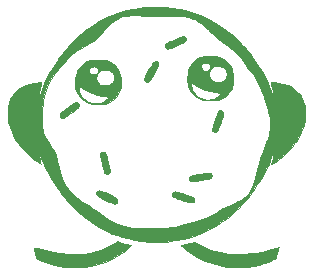
<source format=gbs>
G04 #@! TF.FileFunction,Soldermask,Bot*
%FSLAX46Y46*%
G04 Gerber Fmt 4.6, Leading zero omitted, Abs format (unit mm)*
G04 Created by KiCad (PCBNEW 4.0.6-e0-6349~53~ubuntu16.04.1) date Sun Nov  5 22:25:15 2017*
%MOMM*%
%LPD*%
G01*
G04 APERTURE LIST*
%ADD10C,0.100000*%
%ADD11C,0.010000*%
G04 APERTURE END LIST*
D10*
D11*
G36*
X49458305Y-55864403D02*
X49293724Y-55912105D01*
X49110314Y-55961716D01*
X48936815Y-56005588D01*
X48859553Y-56023708D01*
X48743366Y-56049744D01*
X48663028Y-56071546D01*
X48619757Y-56095112D01*
X48614771Y-56126442D01*
X48649286Y-56171535D01*
X48724520Y-56236392D01*
X48841692Y-56327010D01*
X48935625Y-56398528D01*
X49488178Y-56789627D01*
X50047940Y-57124885D01*
X50615369Y-57404499D01*
X51190921Y-57628665D01*
X51775053Y-57797582D01*
X52368223Y-57911446D01*
X52473612Y-57925806D01*
X52669817Y-57944571D01*
X52906922Y-57957181D01*
X53169721Y-57963665D01*
X53443009Y-57964049D01*
X53711582Y-57958363D01*
X53960233Y-57946634D01*
X54173757Y-57928890D01*
X54227197Y-57922590D01*
X54703038Y-57842948D01*
X55193137Y-57725614D01*
X55555444Y-57616359D01*
X55728190Y-57556692D01*
X55907253Y-57490063D01*
X56083277Y-57420446D01*
X56246901Y-57351811D01*
X56388768Y-57288132D01*
X56499518Y-57233379D01*
X56569793Y-57191525D01*
X56583882Y-57179885D01*
X56602578Y-57142346D01*
X56630651Y-57063138D01*
X56665079Y-56953362D01*
X56702838Y-56824122D01*
X56740905Y-56686520D01*
X56776258Y-56551660D01*
X56805872Y-56430645D01*
X56826725Y-56334577D01*
X56835794Y-56274560D01*
X56834244Y-56260392D01*
X56804133Y-56263201D01*
X56733680Y-56280447D01*
X56636106Y-56308760D01*
X56598456Y-56320513D01*
X56225389Y-56429289D01*
X55812831Y-56532250D01*
X55377694Y-56625716D01*
X54936891Y-56706003D01*
X54581777Y-56759597D01*
X54373880Y-56782346D01*
X54129228Y-56800226D01*
X53860348Y-56813066D01*
X53579768Y-56820695D01*
X53300012Y-56822942D01*
X53033608Y-56819635D01*
X52793081Y-56810604D01*
X52590959Y-56795678D01*
X52521555Y-56787743D01*
X51940266Y-56689906D01*
X51395207Y-56553208D01*
X50888113Y-56378238D01*
X50420718Y-56165587D01*
X50032278Y-55940426D01*
X49769215Y-55770012D01*
X49458305Y-55864403D01*
X49458305Y-55864403D01*
G37*
X49458305Y-55864403D02*
X49293724Y-55912105D01*
X49110314Y-55961716D01*
X48936815Y-56005588D01*
X48859553Y-56023708D01*
X48743366Y-56049744D01*
X48663028Y-56071546D01*
X48619757Y-56095112D01*
X48614771Y-56126442D01*
X48649286Y-56171535D01*
X48724520Y-56236392D01*
X48841692Y-56327010D01*
X48935625Y-56398528D01*
X49488178Y-56789627D01*
X50047940Y-57124885D01*
X50615369Y-57404499D01*
X51190921Y-57628665D01*
X51775053Y-57797582D01*
X52368223Y-57911446D01*
X52473612Y-57925806D01*
X52669817Y-57944571D01*
X52906922Y-57957181D01*
X53169721Y-57963665D01*
X53443009Y-57964049D01*
X53711582Y-57958363D01*
X53960233Y-57946634D01*
X54173757Y-57928890D01*
X54227197Y-57922590D01*
X54703038Y-57842948D01*
X55193137Y-57725614D01*
X55555444Y-57616359D01*
X55728190Y-57556692D01*
X55907253Y-57490063D01*
X56083277Y-57420446D01*
X56246901Y-57351811D01*
X56388768Y-57288132D01*
X56499518Y-57233379D01*
X56569793Y-57191525D01*
X56583882Y-57179885D01*
X56602578Y-57142346D01*
X56630651Y-57063138D01*
X56665079Y-56953362D01*
X56702838Y-56824122D01*
X56740905Y-56686520D01*
X56776258Y-56551660D01*
X56805872Y-56430645D01*
X56826725Y-56334577D01*
X56835794Y-56274560D01*
X56834244Y-56260392D01*
X56804133Y-56263201D01*
X56733680Y-56280447D01*
X56636106Y-56308760D01*
X56598456Y-56320513D01*
X56225389Y-56429289D01*
X55812831Y-56532250D01*
X55377694Y-56625716D01*
X54936891Y-56706003D01*
X54581777Y-56759597D01*
X54373880Y-56782346D01*
X54129228Y-56800226D01*
X53860348Y-56813066D01*
X53579768Y-56820695D01*
X53300012Y-56822942D01*
X53033608Y-56819635D01*
X52793081Y-56810604D01*
X52590959Y-56795678D01*
X52521555Y-56787743D01*
X51940266Y-56689906D01*
X51395207Y-56553208D01*
X50888113Y-56378238D01*
X50420718Y-56165587D01*
X50032278Y-55940426D01*
X49769215Y-55770012D01*
X49458305Y-55864403D01*
G36*
X42978535Y-55889118D02*
X42677148Y-56076521D01*
X42333398Y-56252289D01*
X41961106Y-56410179D01*
X41574094Y-56543949D01*
X41444333Y-56582064D01*
X40891980Y-56709604D01*
X40309748Y-56791494D01*
X39700744Y-56827883D01*
X39068076Y-56818924D01*
X38414850Y-56764767D01*
X37744175Y-56665564D01*
X37059157Y-56521467D01*
X36371388Y-56335178D01*
X36233256Y-56296699D01*
X36141684Y-56278096D01*
X36099183Y-56279828D01*
X36096355Y-56284957D01*
X36102978Y-56322417D01*
X36121153Y-56404290D01*
X36148482Y-56520293D01*
X36182568Y-56660146D01*
X36202642Y-56740777D01*
X36308797Y-57164111D01*
X36604676Y-57310612D01*
X36798788Y-57398984D01*
X37031258Y-57492438D01*
X37285108Y-57584921D01*
X37543362Y-57670381D01*
X37789041Y-57742767D01*
X37893949Y-57770205D01*
X38133879Y-57826916D01*
X38351837Y-57870924D01*
X38561656Y-57903844D01*
X38777171Y-57927291D01*
X39012215Y-57942882D01*
X39280623Y-57952231D01*
X39482888Y-57955769D01*
X39689046Y-57957159D01*
X39889206Y-57956315D01*
X40072291Y-57953448D01*
X40227224Y-57948772D01*
X40342927Y-57942499D01*
X40386000Y-57938425D01*
X40976093Y-57837884D01*
X41562753Y-57682579D01*
X42142124Y-57474189D01*
X42710348Y-57214392D01*
X43263569Y-56904868D01*
X43797930Y-56547294D01*
X44086026Y-56327862D01*
X44375446Y-56097291D01*
X43952712Y-55992828D01*
X43787644Y-55950960D01*
X43625067Y-55907826D01*
X43480722Y-55867727D01*
X43370348Y-55834965D01*
X43344024Y-55826484D01*
X43158069Y-55764603D01*
X42978535Y-55889118D01*
X42978535Y-55889118D01*
G37*
X42978535Y-55889118D02*
X42677148Y-56076521D01*
X42333398Y-56252289D01*
X41961106Y-56410179D01*
X41574094Y-56543949D01*
X41444333Y-56582064D01*
X40891980Y-56709604D01*
X40309748Y-56791494D01*
X39700744Y-56827883D01*
X39068076Y-56818924D01*
X38414850Y-56764767D01*
X37744175Y-56665564D01*
X37059157Y-56521467D01*
X36371388Y-56335178D01*
X36233256Y-56296699D01*
X36141684Y-56278096D01*
X36099183Y-56279828D01*
X36096355Y-56284957D01*
X36102978Y-56322417D01*
X36121153Y-56404290D01*
X36148482Y-56520293D01*
X36182568Y-56660146D01*
X36202642Y-56740777D01*
X36308797Y-57164111D01*
X36604676Y-57310612D01*
X36798788Y-57398984D01*
X37031258Y-57492438D01*
X37285108Y-57584921D01*
X37543362Y-57670381D01*
X37789041Y-57742767D01*
X37893949Y-57770205D01*
X38133879Y-57826916D01*
X38351837Y-57870924D01*
X38561656Y-57903844D01*
X38777171Y-57927291D01*
X39012215Y-57942882D01*
X39280623Y-57952231D01*
X39482888Y-57955769D01*
X39689046Y-57957159D01*
X39889206Y-57956315D01*
X40072291Y-57953448D01*
X40227224Y-57948772D01*
X40342927Y-57942499D01*
X40386000Y-57938425D01*
X40976093Y-57837884D01*
X41562753Y-57682579D01*
X42142124Y-57474189D01*
X42710348Y-57214392D01*
X43263569Y-56904868D01*
X43797930Y-56547294D01*
X44086026Y-56327862D01*
X44375446Y-56097291D01*
X43952712Y-55992828D01*
X43787644Y-55950960D01*
X43625067Y-55907826D01*
X43480722Y-55867727D01*
X43370348Y-55834965D01*
X43344024Y-55826484D01*
X43158069Y-55764603D01*
X42978535Y-55889118D01*
G36*
X46327448Y-35905500D02*
X46046042Y-35911801D01*
X45774705Y-35922066D01*
X45525828Y-35936042D01*
X45311804Y-35953475D01*
X45183777Y-35968365D01*
X44428421Y-36100316D01*
X43695141Y-36283766D01*
X42984965Y-36518264D01*
X42298925Y-36803356D01*
X41638048Y-37138589D01*
X41003366Y-37523510D01*
X40395908Y-37957667D01*
X40075555Y-38215787D01*
X39879641Y-38387831D01*
X39661904Y-38591899D01*
X39433812Y-38816281D01*
X39206833Y-39049269D01*
X38992435Y-39279153D01*
X38802086Y-39494225D01*
X38682528Y-39638111D01*
X38570665Y-39783624D01*
X38436531Y-39967739D01*
X38286806Y-40180603D01*
X38128171Y-40412361D01*
X37967304Y-40653162D01*
X37810887Y-40893152D01*
X37665597Y-41122476D01*
X37564255Y-41287672D01*
X37325820Y-41711799D01*
X37095362Y-42177240D01*
X36879717Y-42668877D01*
X36685719Y-43171590D01*
X36598592Y-43423525D01*
X36554779Y-43552301D01*
X36516779Y-43657969D01*
X36488182Y-43730986D01*
X36472576Y-43761808D01*
X36471296Y-43762037D01*
X36469318Y-43728278D01*
X36477806Y-43648933D01*
X36495024Y-43533524D01*
X36519235Y-43391574D01*
X36548703Y-43232606D01*
X36581691Y-43066144D01*
X36616461Y-42901708D01*
X36651278Y-42748824D01*
X36670098Y-42672000D01*
X36704326Y-42533837D01*
X36732008Y-42416655D01*
X36750859Y-42330571D01*
X36758590Y-42285701D01*
X36758321Y-42281673D01*
X36724192Y-42276998D01*
X36645452Y-42280765D01*
X36533057Y-42291519D01*
X36397968Y-42307805D01*
X36251141Y-42328168D01*
X36103536Y-42351153D01*
X35966110Y-42375306D01*
X35849821Y-42399170D01*
X35819701Y-42406301D01*
X35432255Y-42525414D01*
X35088166Y-42680646D01*
X34787304Y-42872138D01*
X34529535Y-43100028D01*
X34314728Y-43364455D01*
X34142752Y-43665559D01*
X34013473Y-44003479D01*
X33926760Y-44378353D01*
X33922016Y-44407666D01*
X33900412Y-44608832D01*
X33891024Y-44844890D01*
X33893442Y-45095719D01*
X33907257Y-45341197D01*
X33932060Y-45561202D01*
X33947271Y-45649444D01*
X34063912Y-46095280D01*
X34235732Y-46535487D01*
X34461601Y-46968367D01*
X34740389Y-47392225D01*
X35070968Y-47805364D01*
X35452208Y-48206088D01*
X35882979Y-48592700D01*
X35935180Y-48635801D01*
X36078841Y-48751032D01*
X36221503Y-48861174D01*
X36356462Y-48961504D01*
X36477015Y-49047303D01*
X36576459Y-49113850D01*
X36648090Y-49156426D01*
X36685204Y-49170309D01*
X36688888Y-49166553D01*
X36682815Y-49127041D01*
X36666635Y-49047411D01*
X36643407Y-48942432D01*
X36634242Y-48902711D01*
X36605280Y-48770872D01*
X36575178Y-48620852D01*
X36545747Y-48463345D01*
X36518797Y-48309044D01*
X36496135Y-48168646D01*
X36479572Y-48052842D01*
X36470918Y-47972329D01*
X36471236Y-47939289D01*
X36483309Y-47951586D01*
X36508327Y-48008607D01*
X36542630Y-48101127D01*
X36582331Y-48219221D01*
X36766328Y-48739343D01*
X36983273Y-49265347D01*
X37224528Y-49777928D01*
X37481454Y-50257779D01*
X37538194Y-50355296D01*
X37667522Y-50568806D01*
X37814453Y-50802370D01*
X37972233Y-51045935D01*
X38134109Y-51289449D01*
X38293325Y-51522858D01*
X38443127Y-51736108D01*
X38576761Y-51919145D01*
X38671245Y-52041777D01*
X39157809Y-52606693D01*
X39682585Y-53132302D01*
X40242580Y-53616557D01*
X40834799Y-54057412D01*
X41456249Y-54452819D01*
X42103936Y-54800730D01*
X42774866Y-55099098D01*
X43466047Y-55345876D01*
X43532777Y-55366600D01*
X44057666Y-55510741D01*
X44605669Y-55630149D01*
X45153110Y-55720141D01*
X45550666Y-55765659D01*
X45663550Y-55773089D01*
X45818444Y-55779299D01*
X46004493Y-55784222D01*
X46210842Y-55787789D01*
X46426636Y-55789932D01*
X46641020Y-55790584D01*
X46843140Y-55789676D01*
X47022139Y-55787140D01*
X47167164Y-55782908D01*
X47267360Y-55776913D01*
X47272222Y-55776444D01*
X48031198Y-55677671D01*
X48756215Y-55535421D01*
X49451084Y-55348166D01*
X50119614Y-55114375D01*
X50765616Y-54832519D01*
X51392901Y-54501068D01*
X52005278Y-54118492D01*
X52606558Y-53683262D01*
X52733222Y-53583878D01*
X52880099Y-53460380D01*
X53054368Y-53302984D01*
X53246915Y-53120843D01*
X53448623Y-52923111D01*
X53650381Y-52718941D01*
X53843072Y-52517484D01*
X54017584Y-52327895D01*
X54164801Y-52159326D01*
X54226666Y-52084111D01*
X54322412Y-51959227D01*
X54441533Y-51795680D01*
X54577716Y-51602814D01*
X54724649Y-51389971D01*
X54876018Y-51166496D01*
X55025513Y-50941733D01*
X55166819Y-50725024D01*
X55293625Y-50525714D01*
X55399619Y-50353146D01*
X55425188Y-50310074D01*
X55719409Y-49766569D01*
X55990816Y-49176814D01*
X56236452Y-48547396D01*
X56305093Y-48350591D01*
X56354868Y-48206321D01*
X56398664Y-48083803D01*
X56433264Y-47991691D01*
X56455449Y-47938636D01*
X56461788Y-47929270D01*
X56462558Y-47961354D01*
X56453792Y-48038598D01*
X56437245Y-48150858D01*
X56414675Y-48287990D01*
X56387838Y-48439850D01*
X56358489Y-48596295D01*
X56328386Y-48747181D01*
X56299285Y-48882365D01*
X56289197Y-48926059D01*
X56260574Y-49048337D01*
X56237535Y-49148928D01*
X56222752Y-49216022D01*
X56218666Y-49237719D01*
X56240230Y-49228290D01*
X56298596Y-49192562D01*
X56384278Y-49136537D01*
X56465611Y-49081483D01*
X56881370Y-48775572D01*
X57278510Y-48442625D01*
X57648598Y-48090862D01*
X57983199Y-47728506D01*
X58273878Y-47363775D01*
X58375241Y-47220124D01*
X58590082Y-46866488D01*
X58775800Y-46485646D01*
X58925818Y-46093307D01*
X58982978Y-45887391D01*
X56129539Y-45887391D01*
X56120590Y-46095635D01*
X56096133Y-46309207D01*
X56054574Y-46534911D01*
X55994323Y-46779553D01*
X55913785Y-47049939D01*
X55811367Y-47352876D01*
X55685478Y-47695168D01*
X55601150Y-47914234D01*
X55503118Y-48167002D01*
X55422664Y-48379250D01*
X55356169Y-48562769D01*
X55300014Y-48729352D01*
X55250580Y-48890792D01*
X55204249Y-49058881D01*
X55157402Y-49245412D01*
X55106421Y-49462177D01*
X55050288Y-49709404D01*
X54958770Y-50098404D01*
X54870813Y-50435107D01*
X54785164Y-50723453D01*
X54700572Y-50967384D01*
X54615785Y-51170842D01*
X54537368Y-51324198D01*
X54423636Y-51510984D01*
X54305029Y-51676724D01*
X54175459Y-51826070D01*
X54028836Y-51963675D01*
X53859073Y-52094190D01*
X53660079Y-52222267D01*
X53425765Y-52352559D01*
X53150044Y-52489717D01*
X52826825Y-52638394D01*
X52803777Y-52648678D01*
X52583496Y-52747524D01*
X52404253Y-52830112D01*
X52255129Y-52902232D01*
X52125202Y-52969674D01*
X52003550Y-53038226D01*
X51879251Y-53113679D01*
X51741385Y-53201820D01*
X51660687Y-53254603D01*
X51501175Y-53356521D01*
X51346837Y-53448080D01*
X51190810Y-53532127D01*
X51026231Y-53611511D01*
X50846237Y-53689076D01*
X50643966Y-53767672D01*
X50412555Y-53850143D01*
X50145142Y-53939338D01*
X49834863Y-54038103D01*
X49586444Y-54115085D01*
X49223838Y-54225057D01*
X48905102Y-54317742D01*
X48620915Y-54394741D01*
X48361956Y-54457656D01*
X48118906Y-54508088D01*
X47882444Y-54547639D01*
X47643249Y-54577910D01*
X47392000Y-54600502D01*
X47119378Y-54617018D01*
X46816061Y-54629057D01*
X46552555Y-54636362D01*
X46236725Y-54643918D01*
X45971037Y-54650036D01*
X45749206Y-54654718D01*
X45564950Y-54657966D01*
X45411983Y-54659780D01*
X45284021Y-54660162D01*
X45174781Y-54659112D01*
X45077978Y-54656633D01*
X44987328Y-54652725D01*
X44896547Y-54647389D01*
X44799351Y-54640627D01*
X44746333Y-54636708D01*
X44412172Y-54602683D01*
X44093339Y-54550216D01*
X43783808Y-54476687D01*
X43477551Y-54379477D01*
X43168544Y-54255964D01*
X42850758Y-54103530D01*
X42518168Y-53919554D01*
X42164748Y-53701416D01*
X41784470Y-53446497D01*
X41430222Y-53195027D01*
X41267585Y-53079355D01*
X41074585Y-52945672D01*
X40868722Y-52805886D01*
X40667495Y-52671908D01*
X40527111Y-52580446D01*
X40227383Y-52384877D01*
X39971526Y-52211509D01*
X39753787Y-52055642D01*
X39568415Y-51912577D01*
X39409657Y-51777615D01*
X39271762Y-51646056D01*
X39148977Y-51513202D01*
X39035550Y-51374353D01*
X39010417Y-51341388D01*
X38892766Y-51176296D01*
X38788235Y-51008406D01*
X38693878Y-50830375D01*
X38606747Y-50634856D01*
X38523897Y-50414504D01*
X38442381Y-50161974D01*
X38359253Y-49869920D01*
X38271568Y-49530997D01*
X38251111Y-49448352D01*
X38182497Y-49172085D01*
X38122540Y-48941184D01*
X38067230Y-48746012D01*
X38012557Y-48576930D01*
X37954513Y-48424300D01*
X37889087Y-48278483D01*
X37812270Y-48129843D01*
X37720052Y-47968739D01*
X37608424Y-47785535D01*
X37473377Y-47570591D01*
X37463392Y-47554817D01*
X37279681Y-47255762D01*
X37130467Y-46991980D01*
X37012728Y-46756578D01*
X36923443Y-46542660D01*
X36859589Y-46343331D01*
X36818144Y-46151695D01*
X36804211Y-46050707D01*
X36796827Y-45938173D01*
X36793744Y-45779652D01*
X36794593Y-45585410D01*
X36799002Y-45365711D01*
X36806602Y-45130820D01*
X36817022Y-44891000D01*
X36829892Y-44656518D01*
X36844842Y-44437637D01*
X36861502Y-44244622D01*
X36873251Y-44136421D01*
X36897677Y-43955128D01*
X36928695Y-43754926D01*
X36961996Y-43562387D01*
X36988146Y-43428084D01*
X37050476Y-43155902D01*
X37119887Y-42908618D01*
X37200548Y-42678428D01*
X37296628Y-42457529D01*
X37412295Y-42238117D01*
X37551719Y-42012390D01*
X37719070Y-41772542D01*
X37918515Y-41510771D01*
X38154225Y-41219272D01*
X38193621Y-41171714D01*
X38330473Y-41006429D01*
X38469592Y-40837483D01*
X38602126Y-40675694D01*
X38719220Y-40531880D01*
X38812020Y-40416861D01*
X38836653Y-40386000D01*
X38973179Y-40220960D01*
X39107149Y-40075107D01*
X39246187Y-39942666D01*
X39397919Y-39817863D01*
X39569969Y-39694923D01*
X39769963Y-39568072D01*
X40005525Y-39431536D01*
X40284281Y-39279540D01*
X40329555Y-39255441D01*
X40592972Y-39114293D01*
X40813938Y-38991798D01*
X41000626Y-38881648D01*
X41161211Y-38777537D01*
X41303868Y-38673156D01*
X41436771Y-38562198D01*
X41568093Y-38438356D01*
X41706010Y-38295323D01*
X41858695Y-38126791D01*
X41998383Y-37967746D01*
X42133092Y-37814984D01*
X42268172Y-37665057D01*
X42395005Y-37527293D01*
X42504975Y-37411019D01*
X42589465Y-37325561D01*
X42608410Y-37307463D01*
X42784776Y-37156555D01*
X42976359Y-37016715D01*
X43167430Y-36898394D01*
X43342257Y-36812042D01*
X43371706Y-36800352D01*
X43648948Y-36716333D01*
X43967417Y-36656887D01*
X44317022Y-36623081D01*
X44687673Y-36615979D01*
X44986222Y-36629764D01*
X45303230Y-36653339D01*
X45572177Y-36672706D01*
X45801275Y-36688029D01*
X45998737Y-36699471D01*
X46172776Y-36707198D01*
X46331606Y-36711372D01*
X46483439Y-36712157D01*
X46636487Y-36709718D01*
X46798965Y-36704219D01*
X46979086Y-36695823D01*
X47185061Y-36684694D01*
X47328851Y-36676522D01*
X47694155Y-36657745D01*
X48010503Y-36646688D01*
X48284916Y-36643857D01*
X48524420Y-36649756D01*
X48736038Y-36664891D01*
X48926794Y-36689767D01*
X49103711Y-36724888D01*
X49273814Y-36770759D01*
X49444127Y-36827885D01*
X49446529Y-36828761D01*
X49610193Y-36894040D01*
X49766997Y-36969410D01*
X49923098Y-37059365D01*
X50084654Y-37168400D01*
X50257822Y-37301009D01*
X50448760Y-37461685D01*
X50663626Y-37654924D01*
X50908578Y-37885219D01*
X50955222Y-37929882D01*
X51286245Y-38235372D01*
X51621606Y-38518765D01*
X51985333Y-38800403D01*
X52276996Y-39019645D01*
X52529194Y-39214425D01*
X52749239Y-39391867D01*
X52944445Y-39559094D01*
X53122125Y-39723232D01*
X53289591Y-39891404D01*
X53454156Y-40070736D01*
X53623135Y-40268351D01*
X53803838Y-40491374D01*
X54003581Y-40746929D01*
X54064156Y-40825595D01*
X54293478Y-41125960D01*
X54490645Y-41389028D01*
X54659395Y-41621064D01*
X54803467Y-41828333D01*
X54926601Y-42017098D01*
X55032536Y-42193625D01*
X55125010Y-42364177D01*
X55207763Y-42535020D01*
X55284533Y-42712417D01*
X55359060Y-42902634D01*
X55435082Y-43111934D01*
X55444145Y-43137666D01*
X55574496Y-43510576D01*
X55686604Y-43836021D01*
X55781925Y-44119433D01*
X55861912Y-44366244D01*
X55928022Y-44581883D01*
X55981708Y-44771784D01*
X56024426Y-44941376D01*
X56057631Y-45096092D01*
X56082778Y-45241363D01*
X56101322Y-45382620D01*
X56114718Y-45525294D01*
X56124421Y-45674817D01*
X56124574Y-45677666D01*
X56129539Y-45887391D01*
X58982978Y-45887391D01*
X59033559Y-45705180D01*
X59056452Y-45593000D01*
X59079455Y-45417860D01*
X59092281Y-45206135D01*
X59095349Y-44973100D01*
X59089074Y-44734027D01*
X59073875Y-44504191D01*
X59050170Y-44298866D01*
X59018375Y-44133324D01*
X59016338Y-44125444D01*
X58946471Y-43910305D01*
X58850599Y-43686509D01*
X58737477Y-43471049D01*
X58615860Y-43280921D01*
X58517981Y-43158088D01*
X58262316Y-42917974D01*
X57964830Y-42715764D01*
X57625525Y-42551460D01*
X57244405Y-42425064D01*
X56821473Y-42336576D01*
X56418978Y-42290388D01*
X56295988Y-42281682D01*
X56219585Y-42279148D01*
X56180121Y-42284068D01*
X56167951Y-42297724D01*
X56173428Y-42321398D01*
X56174020Y-42322941D01*
X56196725Y-42394660D01*
X56227188Y-42509022D01*
X56262486Y-42653244D01*
X56299694Y-42814546D01*
X56335887Y-42980144D01*
X56368141Y-43137259D01*
X56393529Y-43273107D01*
X56399334Y-43307582D01*
X56420811Y-43439476D01*
X56440675Y-43561240D01*
X56456004Y-43654982D01*
X56461426Y-43688000D01*
X56469400Y-43750911D01*
X56464752Y-43768192D01*
X56446725Y-43738187D01*
X56414561Y-43659239D01*
X56367503Y-43529691D01*
X56304795Y-43347885D01*
X56301288Y-43337551D01*
X56176301Y-42984031D01*
X56047478Y-42652300D01*
X55910378Y-42333668D01*
X55760564Y-42019444D01*
X55593596Y-41700939D01*
X55405034Y-41369463D01*
X55190440Y-41016325D01*
X54945373Y-40632835D01*
X54829461Y-40456348D01*
X54611108Y-40133836D01*
X54406596Y-39849337D01*
X54205571Y-39589868D01*
X53997676Y-39342448D01*
X53772559Y-39094092D01*
X53594486Y-38907911D01*
X53048657Y-38387196D01*
X52471678Y-37912694D01*
X51865713Y-37485432D01*
X51232927Y-37106436D01*
X50575485Y-36776732D01*
X49895551Y-36497349D01*
X49195291Y-36269312D01*
X48476867Y-36093648D01*
X47742446Y-35971385D01*
X47305923Y-35924999D01*
X47108160Y-35912913D01*
X46870899Y-35905803D01*
X46606531Y-35903416D01*
X46327448Y-35905500D01*
X46327448Y-35905500D01*
G37*
X46327448Y-35905500D02*
X46046042Y-35911801D01*
X45774705Y-35922066D01*
X45525828Y-35936042D01*
X45311804Y-35953475D01*
X45183777Y-35968365D01*
X44428421Y-36100316D01*
X43695141Y-36283766D01*
X42984965Y-36518264D01*
X42298925Y-36803356D01*
X41638048Y-37138589D01*
X41003366Y-37523510D01*
X40395908Y-37957667D01*
X40075555Y-38215787D01*
X39879641Y-38387831D01*
X39661904Y-38591899D01*
X39433812Y-38816281D01*
X39206833Y-39049269D01*
X38992435Y-39279153D01*
X38802086Y-39494225D01*
X38682528Y-39638111D01*
X38570665Y-39783624D01*
X38436531Y-39967739D01*
X38286806Y-40180603D01*
X38128171Y-40412361D01*
X37967304Y-40653162D01*
X37810887Y-40893152D01*
X37665597Y-41122476D01*
X37564255Y-41287672D01*
X37325820Y-41711799D01*
X37095362Y-42177240D01*
X36879717Y-42668877D01*
X36685719Y-43171590D01*
X36598592Y-43423525D01*
X36554779Y-43552301D01*
X36516779Y-43657969D01*
X36488182Y-43730986D01*
X36472576Y-43761808D01*
X36471296Y-43762037D01*
X36469318Y-43728278D01*
X36477806Y-43648933D01*
X36495024Y-43533524D01*
X36519235Y-43391574D01*
X36548703Y-43232606D01*
X36581691Y-43066144D01*
X36616461Y-42901708D01*
X36651278Y-42748824D01*
X36670098Y-42672000D01*
X36704326Y-42533837D01*
X36732008Y-42416655D01*
X36750859Y-42330571D01*
X36758590Y-42285701D01*
X36758321Y-42281673D01*
X36724192Y-42276998D01*
X36645452Y-42280765D01*
X36533057Y-42291519D01*
X36397968Y-42307805D01*
X36251141Y-42328168D01*
X36103536Y-42351153D01*
X35966110Y-42375306D01*
X35849821Y-42399170D01*
X35819701Y-42406301D01*
X35432255Y-42525414D01*
X35088166Y-42680646D01*
X34787304Y-42872138D01*
X34529535Y-43100028D01*
X34314728Y-43364455D01*
X34142752Y-43665559D01*
X34013473Y-44003479D01*
X33926760Y-44378353D01*
X33922016Y-44407666D01*
X33900412Y-44608832D01*
X33891024Y-44844890D01*
X33893442Y-45095719D01*
X33907257Y-45341197D01*
X33932060Y-45561202D01*
X33947271Y-45649444D01*
X34063912Y-46095280D01*
X34235732Y-46535487D01*
X34461601Y-46968367D01*
X34740389Y-47392225D01*
X35070968Y-47805364D01*
X35452208Y-48206088D01*
X35882979Y-48592700D01*
X35935180Y-48635801D01*
X36078841Y-48751032D01*
X36221503Y-48861174D01*
X36356462Y-48961504D01*
X36477015Y-49047303D01*
X36576459Y-49113850D01*
X36648090Y-49156426D01*
X36685204Y-49170309D01*
X36688888Y-49166553D01*
X36682815Y-49127041D01*
X36666635Y-49047411D01*
X36643407Y-48942432D01*
X36634242Y-48902711D01*
X36605280Y-48770872D01*
X36575178Y-48620852D01*
X36545747Y-48463345D01*
X36518797Y-48309044D01*
X36496135Y-48168646D01*
X36479572Y-48052842D01*
X36470918Y-47972329D01*
X36471236Y-47939289D01*
X36483309Y-47951586D01*
X36508327Y-48008607D01*
X36542630Y-48101127D01*
X36582331Y-48219221D01*
X36766328Y-48739343D01*
X36983273Y-49265347D01*
X37224528Y-49777928D01*
X37481454Y-50257779D01*
X37538194Y-50355296D01*
X37667522Y-50568806D01*
X37814453Y-50802370D01*
X37972233Y-51045935D01*
X38134109Y-51289449D01*
X38293325Y-51522858D01*
X38443127Y-51736108D01*
X38576761Y-51919145D01*
X38671245Y-52041777D01*
X39157809Y-52606693D01*
X39682585Y-53132302D01*
X40242580Y-53616557D01*
X40834799Y-54057412D01*
X41456249Y-54452819D01*
X42103936Y-54800730D01*
X42774866Y-55099098D01*
X43466047Y-55345876D01*
X43532777Y-55366600D01*
X44057666Y-55510741D01*
X44605669Y-55630149D01*
X45153110Y-55720141D01*
X45550666Y-55765659D01*
X45663550Y-55773089D01*
X45818444Y-55779299D01*
X46004493Y-55784222D01*
X46210842Y-55787789D01*
X46426636Y-55789932D01*
X46641020Y-55790584D01*
X46843140Y-55789676D01*
X47022139Y-55787140D01*
X47167164Y-55782908D01*
X47267360Y-55776913D01*
X47272222Y-55776444D01*
X48031198Y-55677671D01*
X48756215Y-55535421D01*
X49451084Y-55348166D01*
X50119614Y-55114375D01*
X50765616Y-54832519D01*
X51392901Y-54501068D01*
X52005278Y-54118492D01*
X52606558Y-53683262D01*
X52733222Y-53583878D01*
X52880099Y-53460380D01*
X53054368Y-53302984D01*
X53246915Y-53120843D01*
X53448623Y-52923111D01*
X53650381Y-52718941D01*
X53843072Y-52517484D01*
X54017584Y-52327895D01*
X54164801Y-52159326D01*
X54226666Y-52084111D01*
X54322412Y-51959227D01*
X54441533Y-51795680D01*
X54577716Y-51602814D01*
X54724649Y-51389971D01*
X54876018Y-51166496D01*
X55025513Y-50941733D01*
X55166819Y-50725024D01*
X55293625Y-50525714D01*
X55399619Y-50353146D01*
X55425188Y-50310074D01*
X55719409Y-49766569D01*
X55990816Y-49176814D01*
X56236452Y-48547396D01*
X56305093Y-48350591D01*
X56354868Y-48206321D01*
X56398664Y-48083803D01*
X56433264Y-47991691D01*
X56455449Y-47938636D01*
X56461788Y-47929270D01*
X56462558Y-47961354D01*
X56453792Y-48038598D01*
X56437245Y-48150858D01*
X56414675Y-48287990D01*
X56387838Y-48439850D01*
X56358489Y-48596295D01*
X56328386Y-48747181D01*
X56299285Y-48882365D01*
X56289197Y-48926059D01*
X56260574Y-49048337D01*
X56237535Y-49148928D01*
X56222752Y-49216022D01*
X56218666Y-49237719D01*
X56240230Y-49228290D01*
X56298596Y-49192562D01*
X56384278Y-49136537D01*
X56465611Y-49081483D01*
X56881370Y-48775572D01*
X57278510Y-48442625D01*
X57648598Y-48090862D01*
X57983199Y-47728506D01*
X58273878Y-47363775D01*
X58375241Y-47220124D01*
X58590082Y-46866488D01*
X58775800Y-46485646D01*
X58925818Y-46093307D01*
X58982978Y-45887391D01*
X56129539Y-45887391D01*
X56120590Y-46095635D01*
X56096133Y-46309207D01*
X56054574Y-46534911D01*
X55994323Y-46779553D01*
X55913785Y-47049939D01*
X55811367Y-47352876D01*
X55685478Y-47695168D01*
X55601150Y-47914234D01*
X55503118Y-48167002D01*
X55422664Y-48379250D01*
X55356169Y-48562769D01*
X55300014Y-48729352D01*
X55250580Y-48890792D01*
X55204249Y-49058881D01*
X55157402Y-49245412D01*
X55106421Y-49462177D01*
X55050288Y-49709404D01*
X54958770Y-50098404D01*
X54870813Y-50435107D01*
X54785164Y-50723453D01*
X54700572Y-50967384D01*
X54615785Y-51170842D01*
X54537368Y-51324198D01*
X54423636Y-51510984D01*
X54305029Y-51676724D01*
X54175459Y-51826070D01*
X54028836Y-51963675D01*
X53859073Y-52094190D01*
X53660079Y-52222267D01*
X53425765Y-52352559D01*
X53150044Y-52489717D01*
X52826825Y-52638394D01*
X52803777Y-52648678D01*
X52583496Y-52747524D01*
X52404253Y-52830112D01*
X52255129Y-52902232D01*
X52125202Y-52969674D01*
X52003550Y-53038226D01*
X51879251Y-53113679D01*
X51741385Y-53201820D01*
X51660687Y-53254603D01*
X51501175Y-53356521D01*
X51346837Y-53448080D01*
X51190810Y-53532127D01*
X51026231Y-53611511D01*
X50846237Y-53689076D01*
X50643966Y-53767672D01*
X50412555Y-53850143D01*
X50145142Y-53939338D01*
X49834863Y-54038103D01*
X49586444Y-54115085D01*
X49223838Y-54225057D01*
X48905102Y-54317742D01*
X48620915Y-54394741D01*
X48361956Y-54457656D01*
X48118906Y-54508088D01*
X47882444Y-54547639D01*
X47643249Y-54577910D01*
X47392000Y-54600502D01*
X47119378Y-54617018D01*
X46816061Y-54629057D01*
X46552555Y-54636362D01*
X46236725Y-54643918D01*
X45971037Y-54650036D01*
X45749206Y-54654718D01*
X45564950Y-54657966D01*
X45411983Y-54659780D01*
X45284021Y-54660162D01*
X45174781Y-54659112D01*
X45077978Y-54656633D01*
X44987328Y-54652725D01*
X44896547Y-54647389D01*
X44799351Y-54640627D01*
X44746333Y-54636708D01*
X44412172Y-54602683D01*
X44093339Y-54550216D01*
X43783808Y-54476687D01*
X43477551Y-54379477D01*
X43168544Y-54255964D01*
X42850758Y-54103530D01*
X42518168Y-53919554D01*
X42164748Y-53701416D01*
X41784470Y-53446497D01*
X41430222Y-53195027D01*
X41267585Y-53079355D01*
X41074585Y-52945672D01*
X40868722Y-52805886D01*
X40667495Y-52671908D01*
X40527111Y-52580446D01*
X40227383Y-52384877D01*
X39971526Y-52211509D01*
X39753787Y-52055642D01*
X39568415Y-51912577D01*
X39409657Y-51777615D01*
X39271762Y-51646056D01*
X39148977Y-51513202D01*
X39035550Y-51374353D01*
X39010417Y-51341388D01*
X38892766Y-51176296D01*
X38788235Y-51008406D01*
X38693878Y-50830375D01*
X38606747Y-50634856D01*
X38523897Y-50414504D01*
X38442381Y-50161974D01*
X38359253Y-49869920D01*
X38271568Y-49530997D01*
X38251111Y-49448352D01*
X38182497Y-49172085D01*
X38122540Y-48941184D01*
X38067230Y-48746012D01*
X38012557Y-48576930D01*
X37954513Y-48424300D01*
X37889087Y-48278483D01*
X37812270Y-48129843D01*
X37720052Y-47968739D01*
X37608424Y-47785535D01*
X37473377Y-47570591D01*
X37463392Y-47554817D01*
X37279681Y-47255762D01*
X37130467Y-46991980D01*
X37012728Y-46756578D01*
X36923443Y-46542660D01*
X36859589Y-46343331D01*
X36818144Y-46151695D01*
X36804211Y-46050707D01*
X36796827Y-45938173D01*
X36793744Y-45779652D01*
X36794593Y-45585410D01*
X36799002Y-45365711D01*
X36806602Y-45130820D01*
X36817022Y-44891000D01*
X36829892Y-44656518D01*
X36844842Y-44437637D01*
X36861502Y-44244622D01*
X36873251Y-44136421D01*
X36897677Y-43955128D01*
X36928695Y-43754926D01*
X36961996Y-43562387D01*
X36988146Y-43428084D01*
X37050476Y-43155902D01*
X37119887Y-42908618D01*
X37200548Y-42678428D01*
X37296628Y-42457529D01*
X37412295Y-42238117D01*
X37551719Y-42012390D01*
X37719070Y-41772542D01*
X37918515Y-41510771D01*
X38154225Y-41219272D01*
X38193621Y-41171714D01*
X38330473Y-41006429D01*
X38469592Y-40837483D01*
X38602126Y-40675694D01*
X38719220Y-40531880D01*
X38812020Y-40416861D01*
X38836653Y-40386000D01*
X38973179Y-40220960D01*
X39107149Y-40075107D01*
X39246187Y-39942666D01*
X39397919Y-39817863D01*
X39569969Y-39694923D01*
X39769963Y-39568072D01*
X40005525Y-39431536D01*
X40284281Y-39279540D01*
X40329555Y-39255441D01*
X40592972Y-39114293D01*
X40813938Y-38991798D01*
X41000626Y-38881648D01*
X41161211Y-38777537D01*
X41303868Y-38673156D01*
X41436771Y-38562198D01*
X41568093Y-38438356D01*
X41706010Y-38295323D01*
X41858695Y-38126791D01*
X41998383Y-37967746D01*
X42133092Y-37814984D01*
X42268172Y-37665057D01*
X42395005Y-37527293D01*
X42504975Y-37411019D01*
X42589465Y-37325561D01*
X42608410Y-37307463D01*
X42784776Y-37156555D01*
X42976359Y-37016715D01*
X43167430Y-36898394D01*
X43342257Y-36812042D01*
X43371706Y-36800352D01*
X43648948Y-36716333D01*
X43967417Y-36656887D01*
X44317022Y-36623081D01*
X44687673Y-36615979D01*
X44986222Y-36629764D01*
X45303230Y-36653339D01*
X45572177Y-36672706D01*
X45801275Y-36688029D01*
X45998737Y-36699471D01*
X46172776Y-36707198D01*
X46331606Y-36711372D01*
X46483439Y-36712157D01*
X46636487Y-36709718D01*
X46798965Y-36704219D01*
X46979086Y-36695823D01*
X47185061Y-36684694D01*
X47328851Y-36676522D01*
X47694155Y-36657745D01*
X48010503Y-36646688D01*
X48284916Y-36643857D01*
X48524420Y-36649756D01*
X48736038Y-36664891D01*
X48926794Y-36689767D01*
X49103711Y-36724888D01*
X49273814Y-36770759D01*
X49444127Y-36827885D01*
X49446529Y-36828761D01*
X49610193Y-36894040D01*
X49766997Y-36969410D01*
X49923098Y-37059365D01*
X50084654Y-37168400D01*
X50257822Y-37301009D01*
X50448760Y-37461685D01*
X50663626Y-37654924D01*
X50908578Y-37885219D01*
X50955222Y-37929882D01*
X51286245Y-38235372D01*
X51621606Y-38518765D01*
X51985333Y-38800403D01*
X52276996Y-39019645D01*
X52529194Y-39214425D01*
X52749239Y-39391867D01*
X52944445Y-39559094D01*
X53122125Y-39723232D01*
X53289591Y-39891404D01*
X53454156Y-40070736D01*
X53623135Y-40268351D01*
X53803838Y-40491374D01*
X54003581Y-40746929D01*
X54064156Y-40825595D01*
X54293478Y-41125960D01*
X54490645Y-41389028D01*
X54659395Y-41621064D01*
X54803467Y-41828333D01*
X54926601Y-42017098D01*
X55032536Y-42193625D01*
X55125010Y-42364177D01*
X55207763Y-42535020D01*
X55284533Y-42712417D01*
X55359060Y-42902634D01*
X55435082Y-43111934D01*
X55444145Y-43137666D01*
X55574496Y-43510576D01*
X55686604Y-43836021D01*
X55781925Y-44119433D01*
X55861912Y-44366244D01*
X55928022Y-44581883D01*
X55981708Y-44771784D01*
X56024426Y-44941376D01*
X56057631Y-45096092D01*
X56082778Y-45241363D01*
X56101322Y-45382620D01*
X56114718Y-45525294D01*
X56124421Y-45674817D01*
X56124574Y-45677666D01*
X56129539Y-45887391D01*
X58982978Y-45887391D01*
X59033559Y-45705180D01*
X59056452Y-45593000D01*
X59079455Y-45417860D01*
X59092281Y-45206135D01*
X59095349Y-44973100D01*
X59089074Y-44734027D01*
X59073875Y-44504191D01*
X59050170Y-44298866D01*
X59018375Y-44133324D01*
X59016338Y-44125444D01*
X58946471Y-43910305D01*
X58850599Y-43686509D01*
X58737477Y-43471049D01*
X58615860Y-43280921D01*
X58517981Y-43158088D01*
X58262316Y-42917974D01*
X57964830Y-42715764D01*
X57625525Y-42551460D01*
X57244405Y-42425064D01*
X56821473Y-42336576D01*
X56418978Y-42290388D01*
X56295988Y-42281682D01*
X56219585Y-42279148D01*
X56180121Y-42284068D01*
X56167951Y-42297724D01*
X56173428Y-42321398D01*
X56174020Y-42322941D01*
X56196725Y-42394660D01*
X56227188Y-42509022D01*
X56262486Y-42653244D01*
X56299694Y-42814546D01*
X56335887Y-42980144D01*
X56368141Y-43137259D01*
X56393529Y-43273107D01*
X56399334Y-43307582D01*
X56420811Y-43439476D01*
X56440675Y-43561240D01*
X56456004Y-43654982D01*
X56461426Y-43688000D01*
X56469400Y-43750911D01*
X56464752Y-43768192D01*
X56446725Y-43738187D01*
X56414561Y-43659239D01*
X56367503Y-43529691D01*
X56304795Y-43347885D01*
X56301288Y-43337551D01*
X56176301Y-42984031D01*
X56047478Y-42652300D01*
X55910378Y-42333668D01*
X55760564Y-42019444D01*
X55593596Y-41700939D01*
X55405034Y-41369463D01*
X55190440Y-41016325D01*
X54945373Y-40632835D01*
X54829461Y-40456348D01*
X54611108Y-40133836D01*
X54406596Y-39849337D01*
X54205571Y-39589868D01*
X53997676Y-39342448D01*
X53772559Y-39094092D01*
X53594486Y-38907911D01*
X53048657Y-38387196D01*
X52471678Y-37912694D01*
X51865713Y-37485432D01*
X51232927Y-37106436D01*
X50575485Y-36776732D01*
X49895551Y-36497349D01*
X49195291Y-36269312D01*
X48476867Y-36093648D01*
X47742446Y-35971385D01*
X47305923Y-35924999D01*
X47108160Y-35912913D01*
X46870899Y-35905803D01*
X46606531Y-35903416D01*
X46327448Y-35905500D01*
G36*
X41541492Y-51460686D02*
X41461731Y-51523313D01*
X41413125Y-51612982D01*
X41402135Y-51716505D01*
X41435220Y-51820695D01*
X41448432Y-51841510D01*
X41487087Y-51872709D01*
X41568995Y-51922867D01*
X41685871Y-51987933D01*
X41829426Y-52063854D01*
X41991376Y-52146577D01*
X42163432Y-52232049D01*
X42337310Y-52316218D01*
X42504721Y-52395030D01*
X42657380Y-52464434D01*
X42787001Y-52520377D01*
X42885295Y-52558805D01*
X42943978Y-52575666D01*
X42950420Y-52576090D01*
X43032943Y-52563144D01*
X43085058Y-52544991D01*
X43159833Y-52480002D01*
X43198870Y-52383671D01*
X43198270Y-52271265D01*
X43174283Y-52195723D01*
X43138235Y-52159915D01*
X43058537Y-52105699D01*
X42943327Y-52037108D01*
X42800747Y-51958178D01*
X42638936Y-51872942D01*
X42466035Y-51785435D01*
X42290183Y-51699690D01*
X42119520Y-51619742D01*
X41962188Y-51549624D01*
X41826324Y-51493372D01*
X41720071Y-51455019D01*
X41651568Y-51438600D01*
X41645949Y-51438289D01*
X41541492Y-51460686D01*
X41541492Y-51460686D01*
G37*
X41541492Y-51460686D02*
X41461731Y-51523313D01*
X41413125Y-51612982D01*
X41402135Y-51716505D01*
X41435220Y-51820695D01*
X41448432Y-51841510D01*
X41487087Y-51872709D01*
X41568995Y-51922867D01*
X41685871Y-51987933D01*
X41829426Y-52063854D01*
X41991376Y-52146577D01*
X42163432Y-52232049D01*
X42337310Y-52316218D01*
X42504721Y-52395030D01*
X42657380Y-52464434D01*
X42787001Y-52520377D01*
X42885295Y-52558805D01*
X42943978Y-52575666D01*
X42950420Y-52576090D01*
X43032943Y-52563144D01*
X43085058Y-52544991D01*
X43159833Y-52480002D01*
X43198870Y-52383671D01*
X43198270Y-52271265D01*
X43174283Y-52195723D01*
X43138235Y-52159915D01*
X43058537Y-52105699D01*
X42943327Y-52037108D01*
X42800747Y-51958178D01*
X42638936Y-51872942D01*
X42466035Y-51785435D01*
X42290183Y-51699690D01*
X42119520Y-51619742D01*
X41962188Y-51549624D01*
X41826324Y-51493372D01*
X41720071Y-51455019D01*
X41651568Y-51438600D01*
X41645949Y-51438289D01*
X41541492Y-51460686D01*
G36*
X47985424Y-51551325D02*
X47911028Y-51592270D01*
X47863392Y-51640428D01*
X47841556Y-51700323D01*
X47836666Y-51785452D01*
X47845992Y-51888772D01*
X47877297Y-51954893D01*
X47892148Y-51970351D01*
X47938200Y-51995861D01*
X48029659Y-52033659D01*
X48157553Y-52080914D01*
X48312907Y-52134796D01*
X48486747Y-52192473D01*
X48670100Y-52251115D01*
X48853992Y-52307891D01*
X49029449Y-52359968D01*
X49187497Y-52404518D01*
X49319162Y-52438708D01*
X49415471Y-52459708D01*
X49460491Y-52465111D01*
X49549535Y-52457026D01*
X49608549Y-52425910D01*
X49640840Y-52390749D01*
X49683484Y-52307198D01*
X49699333Y-52222990D01*
X49695973Y-52167398D01*
X49682203Y-52119710D01*
X49652490Y-52076894D01*
X49601301Y-52035916D01*
X49523102Y-51993742D01*
X49412360Y-51947339D01*
X49263540Y-51893674D01*
X49071111Y-51829713D01*
X48856563Y-51760998D01*
X48661780Y-51700070D01*
X48481250Y-51645314D01*
X48322973Y-51599021D01*
X48194949Y-51563480D01*
X48105180Y-51540984D01*
X48063091Y-51533777D01*
X47985424Y-51551325D01*
X47985424Y-51551325D01*
G37*
X47985424Y-51551325D02*
X47911028Y-51592270D01*
X47863392Y-51640428D01*
X47841556Y-51700323D01*
X47836666Y-51785452D01*
X47845992Y-51888772D01*
X47877297Y-51954893D01*
X47892148Y-51970351D01*
X47938200Y-51995861D01*
X48029659Y-52033659D01*
X48157553Y-52080914D01*
X48312907Y-52134796D01*
X48486747Y-52192473D01*
X48670100Y-52251115D01*
X48853992Y-52307891D01*
X49029449Y-52359968D01*
X49187497Y-52404518D01*
X49319162Y-52438708D01*
X49415471Y-52459708D01*
X49460491Y-52465111D01*
X49549535Y-52457026D01*
X49608549Y-52425910D01*
X49640840Y-52390749D01*
X49683484Y-52307198D01*
X49699333Y-52222990D01*
X49695973Y-52167398D01*
X49682203Y-52119710D01*
X49652490Y-52076894D01*
X49601301Y-52035916D01*
X49523102Y-51993742D01*
X49412360Y-51947339D01*
X49263540Y-51893674D01*
X49071111Y-51829713D01*
X48856563Y-51760998D01*
X48661780Y-51700070D01*
X48481250Y-51645314D01*
X48322973Y-51599021D01*
X48194949Y-51563480D01*
X48105180Y-51540984D01*
X48063091Y-51533777D01*
X47985424Y-51551325D01*
G36*
X50957000Y-49941308D02*
X50861806Y-49949848D01*
X50727017Y-49965831D01*
X50560655Y-49988229D01*
X50370742Y-50016015D01*
X50165301Y-50048163D01*
X50150888Y-50050494D01*
X49921465Y-50087943D01*
X49741200Y-50118261D01*
X49603485Y-50143018D01*
X49501708Y-50163783D01*
X49429260Y-50182127D01*
X49379530Y-50199619D01*
X49345907Y-50217827D01*
X49321781Y-50238322D01*
X49311277Y-50249844D01*
X49258335Y-50350882D01*
X49253247Y-50464011D01*
X49296287Y-50570959D01*
X49306270Y-50584527D01*
X49345041Y-50626070D01*
X49389751Y-50647952D01*
X49458595Y-50655729D01*
X49539104Y-50655606D01*
X49626692Y-50649700D01*
X49755984Y-50635503D01*
X49913143Y-50614792D01*
X50084332Y-50589342D01*
X50193222Y-50571664D01*
X50368332Y-50542256D01*
X50540023Y-50513479D01*
X50693795Y-50487759D01*
X50815148Y-50467523D01*
X50866567Y-50458990D01*
X51004746Y-50428222D01*
X51095066Y-50385626D01*
X51145929Y-50323944D01*
X51165736Y-50235917D01*
X51166888Y-50199501D01*
X51147953Y-50072458D01*
X51092509Y-49985147D01*
X51004576Y-49941236D01*
X50957000Y-49941308D01*
X50957000Y-49941308D01*
G37*
X50957000Y-49941308D02*
X50861806Y-49949848D01*
X50727017Y-49965831D01*
X50560655Y-49988229D01*
X50370742Y-50016015D01*
X50165301Y-50048163D01*
X50150888Y-50050494D01*
X49921465Y-50087943D01*
X49741200Y-50118261D01*
X49603485Y-50143018D01*
X49501708Y-50163783D01*
X49429260Y-50182127D01*
X49379530Y-50199619D01*
X49345907Y-50217827D01*
X49321781Y-50238322D01*
X49311277Y-50249844D01*
X49258335Y-50350882D01*
X49253247Y-50464011D01*
X49296287Y-50570959D01*
X49306270Y-50584527D01*
X49345041Y-50626070D01*
X49389751Y-50647952D01*
X49458595Y-50655729D01*
X49539104Y-50655606D01*
X49626692Y-50649700D01*
X49755984Y-50635503D01*
X49913143Y-50614792D01*
X50084332Y-50589342D01*
X50193222Y-50571664D01*
X50368332Y-50542256D01*
X50540023Y-50513479D01*
X50693795Y-50487759D01*
X50815148Y-50467523D01*
X50866567Y-50458990D01*
X51004746Y-50428222D01*
X51095066Y-50385626D01*
X51145929Y-50323944D01*
X51165736Y-50235917D01*
X51166888Y-50199501D01*
X51147953Y-50072458D01*
X51092509Y-49985147D01*
X51004576Y-49941236D01*
X50957000Y-49941308D01*
G36*
X41926356Y-48156412D02*
X41812653Y-48193578D01*
X41741061Y-48268086D01*
X41712858Y-48378505D01*
X41712444Y-48396209D01*
X41719503Y-48466432D01*
X41739145Y-48577907D01*
X41769063Y-48721615D01*
X41806953Y-48888537D01*
X41850509Y-49069655D01*
X41897427Y-49255951D01*
X41945400Y-49438405D01*
X41992125Y-49608001D01*
X42035295Y-49755719D01*
X42072605Y-49872541D01*
X42101751Y-49949449D01*
X42115870Y-49974500D01*
X42196826Y-50025988D01*
X42299970Y-50043385D01*
X42403965Y-50027293D01*
X42487470Y-49978314D01*
X42500618Y-49963638D01*
X42541928Y-49891828D01*
X42559111Y-49823596D01*
X42559111Y-49823593D01*
X42552503Y-49779451D01*
X42533875Y-49688472D01*
X42505020Y-49558545D01*
X42467733Y-49397562D01*
X42423807Y-49213413D01*
X42375535Y-49016010D01*
X42319318Y-48790633D01*
X42273860Y-48613666D01*
X42237063Y-48478561D01*
X42206826Y-48378767D01*
X42181053Y-48307736D01*
X42157642Y-48258918D01*
X42134496Y-48225763D01*
X42116437Y-48207579D01*
X42051830Y-48163325D01*
X41981516Y-48151538D01*
X41926356Y-48156412D01*
X41926356Y-48156412D01*
G37*
X41926356Y-48156412D02*
X41812653Y-48193578D01*
X41741061Y-48268086D01*
X41712858Y-48378505D01*
X41712444Y-48396209D01*
X41719503Y-48466432D01*
X41739145Y-48577907D01*
X41769063Y-48721615D01*
X41806953Y-48888537D01*
X41850509Y-49069655D01*
X41897427Y-49255951D01*
X41945400Y-49438405D01*
X41992125Y-49608001D01*
X42035295Y-49755719D01*
X42072605Y-49872541D01*
X42101751Y-49949449D01*
X42115870Y-49974500D01*
X42196826Y-50025988D01*
X42299970Y-50043385D01*
X42403965Y-50027293D01*
X42487470Y-49978314D01*
X42500618Y-49963638D01*
X42541928Y-49891828D01*
X42559111Y-49823596D01*
X42559111Y-49823593D01*
X42552503Y-49779451D01*
X42533875Y-49688472D01*
X42505020Y-49558545D01*
X42467733Y-49397562D01*
X42423807Y-49213413D01*
X42375535Y-49016010D01*
X42319318Y-48790633D01*
X42273860Y-48613666D01*
X42237063Y-48478561D01*
X42206826Y-48378767D01*
X42181053Y-48307736D01*
X42157642Y-48258918D01*
X42134496Y-48225763D01*
X42116437Y-48207579D01*
X42051830Y-48163325D01*
X41981516Y-48151538D01*
X41926356Y-48156412D01*
G36*
X51858665Y-44650275D02*
X51810803Y-44662089D01*
X51768098Y-44688483D01*
X51727455Y-44734942D01*
X51685777Y-44806950D01*
X51639971Y-44909992D01*
X51586941Y-45049552D01*
X51523593Y-45231116D01*
X51446830Y-45460167D01*
X51433471Y-45500457D01*
X51356330Y-45735176D01*
X51296744Y-45922939D01*
X51253740Y-46070105D01*
X51226346Y-46183036D01*
X51213591Y-46268093D01*
X51214503Y-46331636D01*
X51228110Y-46380026D01*
X51253439Y-46419624D01*
X51287615Y-46455022D01*
X51374676Y-46501166D01*
X51480349Y-46508878D01*
X51582413Y-46478699D01*
X51628333Y-46446722D01*
X51658051Y-46400611D01*
X51700371Y-46309205D01*
X51752280Y-46181449D01*
X51810760Y-46026290D01*
X51872798Y-45852672D01*
X51935376Y-45669541D01*
X51995481Y-45485843D01*
X52050097Y-45310524D01*
X52096207Y-45152528D01*
X52130797Y-45020802D01*
X52150852Y-44924290D01*
X52154666Y-44885297D01*
X52132600Y-44769126D01*
X52068586Y-44689978D01*
X51965905Y-44651101D01*
X51914777Y-44647555D01*
X51858665Y-44650275D01*
X51858665Y-44650275D01*
G37*
X51858665Y-44650275D02*
X51810803Y-44662089D01*
X51768098Y-44688483D01*
X51727455Y-44734942D01*
X51685777Y-44806950D01*
X51639971Y-44909992D01*
X51586941Y-45049552D01*
X51523593Y-45231116D01*
X51446830Y-45460167D01*
X51433471Y-45500457D01*
X51356330Y-45735176D01*
X51296744Y-45922939D01*
X51253740Y-46070105D01*
X51226346Y-46183036D01*
X51213591Y-46268093D01*
X51214503Y-46331636D01*
X51228110Y-46380026D01*
X51253439Y-46419624D01*
X51287615Y-46455022D01*
X51374676Y-46501166D01*
X51480349Y-46508878D01*
X51582413Y-46478699D01*
X51628333Y-46446722D01*
X51658051Y-46400611D01*
X51700371Y-46309205D01*
X51752280Y-46181449D01*
X51810760Y-46026290D01*
X51872798Y-45852672D01*
X51935376Y-45669541D01*
X51995481Y-45485843D01*
X52050097Y-45310524D01*
X52096207Y-45152528D01*
X52130797Y-45020802D01*
X52150852Y-44924290D01*
X52154666Y-44885297D01*
X52132600Y-44769126D01*
X52068586Y-44689978D01*
X51965905Y-44651101D01*
X51914777Y-44647555D01*
X51858665Y-44650275D01*
G36*
X39646378Y-43944538D02*
X39618300Y-43952719D01*
X39581151Y-43971048D01*
X39530483Y-44002478D01*
X39461848Y-44049965D01*
X39370798Y-44116465D01*
X39252884Y-44204932D01*
X39103659Y-44318323D01*
X38918673Y-44459592D01*
X38693479Y-44631695D01*
X38672714Y-44647555D01*
X38555798Y-44739736D01*
X38453993Y-44825403D01*
X38376594Y-44896337D01*
X38332899Y-44944319D01*
X38328086Y-44952272D01*
X38296483Y-45072379D01*
X38313918Y-45179140D01*
X38374289Y-45262675D01*
X38471494Y-45313106D01*
X38557328Y-45323430D01*
X38602692Y-45320357D01*
X38647660Y-45309240D01*
X38699758Y-45285502D01*
X38766513Y-45244563D01*
X38855453Y-45181845D01*
X38974103Y-45092769D01*
X39116000Y-44983582D01*
X39328382Y-44819271D01*
X39500452Y-44685628D01*
X39636449Y-44578661D01*
X39740612Y-44494380D01*
X39817180Y-44428796D01*
X39870392Y-44377917D01*
X39904487Y-44337752D01*
X39923704Y-44304312D01*
X39932283Y-44273606D01*
X39934461Y-44241643D01*
X39934444Y-44213110D01*
X39916281Y-44089019D01*
X39859938Y-44005487D01*
X39762633Y-43959105D01*
X39720673Y-43951320D01*
X39693116Y-43946793D01*
X39669834Y-43943548D01*
X39646378Y-43944538D01*
X39646378Y-43944538D01*
G37*
X39646378Y-43944538D02*
X39618300Y-43952719D01*
X39581151Y-43971048D01*
X39530483Y-44002478D01*
X39461848Y-44049965D01*
X39370798Y-44116465D01*
X39252884Y-44204932D01*
X39103659Y-44318323D01*
X38918673Y-44459592D01*
X38693479Y-44631695D01*
X38672714Y-44647555D01*
X38555798Y-44739736D01*
X38453993Y-44825403D01*
X38376594Y-44896337D01*
X38332899Y-44944319D01*
X38328086Y-44952272D01*
X38296483Y-45072379D01*
X38313918Y-45179140D01*
X38374289Y-45262675D01*
X38471494Y-45313106D01*
X38557328Y-45323430D01*
X38602692Y-45320357D01*
X38647660Y-45309240D01*
X38699758Y-45285502D01*
X38766513Y-45244563D01*
X38855453Y-45181845D01*
X38974103Y-45092769D01*
X39116000Y-44983582D01*
X39328382Y-44819271D01*
X39500452Y-44685628D01*
X39636449Y-44578661D01*
X39740612Y-44494380D01*
X39817180Y-44428796D01*
X39870392Y-44377917D01*
X39904487Y-44337752D01*
X39923704Y-44304312D01*
X39932283Y-44273606D01*
X39934461Y-44241643D01*
X39934444Y-44213110D01*
X39916281Y-44089019D01*
X39859938Y-44005487D01*
X39762633Y-43959105D01*
X39720673Y-43951320D01*
X39693116Y-43946793D01*
X39669834Y-43943548D01*
X39646378Y-43944538D01*
G36*
X41444333Y-40366178D02*
X41261489Y-40375867D01*
X41093552Y-40390941D01*
X40955563Y-40409813D01*
X40879888Y-40425742D01*
X40627252Y-40515159D01*
X40389387Y-40639760D01*
X40176416Y-40792198D01*
X39998465Y-40965124D01*
X39865654Y-41151191D01*
X39855881Y-41169043D01*
X39743686Y-41428323D01*
X39662018Y-41719868D01*
X39613380Y-42026947D01*
X39600277Y-42332828D01*
X39625212Y-42620781D01*
X39632474Y-42661846D01*
X39718210Y-42991508D01*
X39842113Y-43279591D01*
X40004204Y-43526119D01*
X40204505Y-43731117D01*
X40443038Y-43894609D01*
X40719825Y-44016619D01*
X40856917Y-44058011D01*
X41034052Y-44092931D01*
X41247838Y-44116795D01*
X41479457Y-44128998D01*
X41710091Y-44128930D01*
X41920922Y-44115983D01*
X42058064Y-44096829D01*
X42374420Y-44012773D01*
X42653156Y-43887922D01*
X42893205Y-43723037D01*
X43093498Y-43518880D01*
X43106435Y-43499192D01*
X42478254Y-43499192D01*
X42302049Y-43676978D01*
X42132107Y-43826196D01*
X41950426Y-43946581D01*
X41771629Y-44029105D01*
X41695010Y-44051719D01*
X41544185Y-44073322D01*
X41363870Y-44078328D01*
X41178393Y-44067164D01*
X41012082Y-44040256D01*
X41009799Y-44039721D01*
X40744484Y-43949247D01*
X40501397Y-43810513D01*
X40290756Y-43629480D01*
X40272000Y-43609422D01*
X40132147Y-43440768D01*
X40035653Y-43281954D01*
X39975557Y-43117249D01*
X39944896Y-42930926D01*
X39939899Y-42859074D01*
X39935121Y-42739140D01*
X39936312Y-42666791D01*
X39944475Y-42633387D01*
X39960614Y-42630289D01*
X39966106Y-42633296D01*
X40006308Y-42659249D01*
X40080404Y-42707523D01*
X40175107Y-42769455D01*
X40216666Y-42796691D01*
X40617127Y-43029053D01*
X41037431Y-43212900D01*
X41482585Y-43349950D01*
X41957595Y-43441922D01*
X42171150Y-43467925D01*
X42478254Y-43499192D01*
X43106435Y-43499192D01*
X43252967Y-43276211D01*
X43277444Y-43228109D01*
X43392853Y-42937942D01*
X43461858Y-42632141D01*
X43485435Y-42303952D01*
X43464561Y-41946621D01*
X43463766Y-41939724D01*
X43459481Y-41914121D01*
X42946815Y-41914121D01*
X42916558Y-42080181D01*
X42845623Y-42238004D01*
X42740362Y-42374310D01*
X42607129Y-42475819D01*
X42576976Y-42491107D01*
X42485229Y-42527723D01*
X42392185Y-42548614D01*
X42276518Y-42557524D01*
X42192222Y-42558678D01*
X42064695Y-42554962D01*
X41943996Y-42545015D01*
X41852598Y-42530820D01*
X41839444Y-42527544D01*
X41736609Y-42479199D01*
X41624864Y-42393313D01*
X41595687Y-42365424D01*
X41481316Y-42214869D01*
X41415764Y-42047983D01*
X41397634Y-41874196D01*
X41425531Y-41702938D01*
X41498058Y-41543640D01*
X41613821Y-41405733D01*
X41752105Y-41308615D01*
X41808280Y-41282482D01*
X41543111Y-41282482D01*
X41521796Y-41420078D01*
X41461576Y-41528511D01*
X41368033Y-41597944D01*
X41362824Y-41600118D01*
X41265052Y-41621253D01*
X41141631Y-41624075D01*
X41019937Y-41609609D01*
X40937628Y-41584167D01*
X40840829Y-41509196D01*
X40782656Y-41400269D01*
X40766985Y-41267909D01*
X40783644Y-41165979D01*
X40834718Y-41062574D01*
X40923520Y-40993903D01*
X41054083Y-40957731D01*
X41171988Y-40950550D01*
X41273685Y-40953051D01*
X41340036Y-40965590D01*
X41392074Y-40995492D01*
X41447155Y-41046400D01*
X41507408Y-41115115D01*
X41535545Y-41179821D01*
X41543051Y-41268774D01*
X41543111Y-41282482D01*
X41808280Y-41282482D01*
X41813020Y-41280277D01*
X41877974Y-41262016D01*
X41961282Y-41251753D01*
X42077262Y-41247410D01*
X42178111Y-41246777D01*
X42319863Y-41248039D01*
X42419619Y-41253370D01*
X42491800Y-41265089D01*
X42550829Y-41285515D01*
X42609746Y-41316175D01*
X42727477Y-41409835D01*
X42831986Y-41541138D01*
X42909492Y-41691287D01*
X42930038Y-41753108D01*
X42946815Y-41914121D01*
X43459481Y-41914121D01*
X43415083Y-41648892D01*
X43338649Y-41398190D01*
X43229095Y-41175930D01*
X43081055Y-40970424D01*
X42956430Y-40835053D01*
X42757300Y-40666623D01*
X42532608Y-40536721D01*
X42277803Y-40443935D01*
X41988333Y-40386855D01*
X41659649Y-40364068D01*
X41444333Y-40366178D01*
X41444333Y-40366178D01*
G37*
X41444333Y-40366178D02*
X41261489Y-40375867D01*
X41093552Y-40390941D01*
X40955563Y-40409813D01*
X40879888Y-40425742D01*
X40627252Y-40515159D01*
X40389387Y-40639760D01*
X40176416Y-40792198D01*
X39998465Y-40965124D01*
X39865654Y-41151191D01*
X39855881Y-41169043D01*
X39743686Y-41428323D01*
X39662018Y-41719868D01*
X39613380Y-42026947D01*
X39600277Y-42332828D01*
X39625212Y-42620781D01*
X39632474Y-42661846D01*
X39718210Y-42991508D01*
X39842113Y-43279591D01*
X40004204Y-43526119D01*
X40204505Y-43731117D01*
X40443038Y-43894609D01*
X40719825Y-44016619D01*
X40856917Y-44058011D01*
X41034052Y-44092931D01*
X41247838Y-44116795D01*
X41479457Y-44128998D01*
X41710091Y-44128930D01*
X41920922Y-44115983D01*
X42058064Y-44096829D01*
X42374420Y-44012773D01*
X42653156Y-43887922D01*
X42893205Y-43723037D01*
X43093498Y-43518880D01*
X43106435Y-43499192D01*
X42478254Y-43499192D01*
X42302049Y-43676978D01*
X42132107Y-43826196D01*
X41950426Y-43946581D01*
X41771629Y-44029105D01*
X41695010Y-44051719D01*
X41544185Y-44073322D01*
X41363870Y-44078328D01*
X41178393Y-44067164D01*
X41012082Y-44040256D01*
X41009799Y-44039721D01*
X40744484Y-43949247D01*
X40501397Y-43810513D01*
X40290756Y-43629480D01*
X40272000Y-43609422D01*
X40132147Y-43440768D01*
X40035653Y-43281954D01*
X39975557Y-43117249D01*
X39944896Y-42930926D01*
X39939899Y-42859074D01*
X39935121Y-42739140D01*
X39936312Y-42666791D01*
X39944475Y-42633387D01*
X39960614Y-42630289D01*
X39966106Y-42633296D01*
X40006308Y-42659249D01*
X40080404Y-42707523D01*
X40175107Y-42769455D01*
X40216666Y-42796691D01*
X40617127Y-43029053D01*
X41037431Y-43212900D01*
X41482585Y-43349950D01*
X41957595Y-43441922D01*
X42171150Y-43467925D01*
X42478254Y-43499192D01*
X43106435Y-43499192D01*
X43252967Y-43276211D01*
X43277444Y-43228109D01*
X43392853Y-42937942D01*
X43461858Y-42632141D01*
X43485435Y-42303952D01*
X43464561Y-41946621D01*
X43463766Y-41939724D01*
X43459481Y-41914121D01*
X42946815Y-41914121D01*
X42916558Y-42080181D01*
X42845623Y-42238004D01*
X42740362Y-42374310D01*
X42607129Y-42475819D01*
X42576976Y-42491107D01*
X42485229Y-42527723D01*
X42392185Y-42548614D01*
X42276518Y-42557524D01*
X42192222Y-42558678D01*
X42064695Y-42554962D01*
X41943996Y-42545015D01*
X41852598Y-42530820D01*
X41839444Y-42527544D01*
X41736609Y-42479199D01*
X41624864Y-42393313D01*
X41595687Y-42365424D01*
X41481316Y-42214869D01*
X41415764Y-42047983D01*
X41397634Y-41874196D01*
X41425531Y-41702938D01*
X41498058Y-41543640D01*
X41613821Y-41405733D01*
X41752105Y-41308615D01*
X41808280Y-41282482D01*
X41543111Y-41282482D01*
X41521796Y-41420078D01*
X41461576Y-41528511D01*
X41368033Y-41597944D01*
X41362824Y-41600118D01*
X41265052Y-41621253D01*
X41141631Y-41624075D01*
X41019937Y-41609609D01*
X40937628Y-41584167D01*
X40840829Y-41509196D01*
X40782656Y-41400269D01*
X40766985Y-41267909D01*
X40783644Y-41165979D01*
X40834718Y-41062574D01*
X40923520Y-40993903D01*
X41054083Y-40957731D01*
X41171988Y-40950550D01*
X41273685Y-40953051D01*
X41340036Y-40965590D01*
X41392074Y-40995492D01*
X41447155Y-41046400D01*
X41507408Y-41115115D01*
X41535545Y-41179821D01*
X41543051Y-41268774D01*
X41543111Y-41282482D01*
X41808280Y-41282482D01*
X41813020Y-41280277D01*
X41877974Y-41262016D01*
X41961282Y-41251753D01*
X42077262Y-41247410D01*
X42178111Y-41246777D01*
X42319863Y-41248039D01*
X42419619Y-41253370D01*
X42491800Y-41265089D01*
X42550829Y-41285515D01*
X42609746Y-41316175D01*
X42727477Y-41409835D01*
X42831986Y-41541138D01*
X42909492Y-41691287D01*
X42930038Y-41753108D01*
X42946815Y-41914121D01*
X43459481Y-41914121D01*
X43415083Y-41648892D01*
X43338649Y-41398190D01*
X43229095Y-41175930D01*
X43081055Y-40970424D01*
X42956430Y-40835053D01*
X42757300Y-40666623D01*
X42532608Y-40536721D01*
X42277803Y-40443935D01*
X41988333Y-40386855D01*
X41659649Y-40364068D01*
X41444333Y-40366178D01*
G36*
X50955222Y-40056205D02*
X50723252Y-40069132D01*
X50532043Y-40091156D01*
X50366204Y-40125643D01*
X50210343Y-40175957D01*
X50049068Y-40245462D01*
X50015528Y-40261610D01*
X49772320Y-40407751D01*
X49568550Y-40590518D01*
X49402166Y-40812562D01*
X49271117Y-41076532D01*
X49187153Y-41331444D01*
X49152727Y-41504811D01*
X49130798Y-41710612D01*
X49121602Y-41931293D01*
X49125370Y-42149300D01*
X49142339Y-42347079D01*
X49171543Y-42502666D01*
X49280165Y-42816110D01*
X49426559Y-43087942D01*
X49610349Y-43317772D01*
X49831161Y-43505209D01*
X50088620Y-43649864D01*
X50367806Y-43747567D01*
X50544281Y-43782362D01*
X50757431Y-43806206D01*
X50988439Y-43818485D01*
X51218492Y-43818587D01*
X51428774Y-43805899D01*
X51567452Y-43786638D01*
X51722896Y-43750598D01*
X51878816Y-43703070D01*
X52020902Y-43649415D01*
X52134842Y-43594991D01*
X52202542Y-43548814D01*
X52267538Y-43501669D01*
X52315554Y-43479013D01*
X52383818Y-43438426D01*
X52469890Y-43359881D01*
X52564132Y-43254747D01*
X52600856Y-43207103D01*
X51985333Y-43207103D01*
X51964897Y-43235499D01*
X51910657Y-43289526D01*
X51833219Y-43359974D01*
X51743185Y-43437631D01*
X51651162Y-43513288D01*
X51567752Y-43577734D01*
X51519666Y-43611573D01*
X51354814Y-43692040D01*
X51154706Y-43745279D01*
X50934443Y-43769553D01*
X50709131Y-43763125D01*
X50507740Y-43727929D01*
X50244148Y-43633526D01*
X50005062Y-43495088D01*
X49801558Y-43319125D01*
X49788186Y-43304759D01*
X49645162Y-43131145D01*
X49546517Y-42965601D01*
X49485342Y-42792627D01*
X49454730Y-42596724D01*
X49451422Y-42549220D01*
X49445817Y-42429166D01*
X49446374Y-42356595D01*
X49454058Y-42322786D01*
X49469832Y-42319017D01*
X49476485Y-42322566D01*
X49516934Y-42348656D01*
X49591239Y-42397044D01*
X49686075Y-42459045D01*
X49727555Y-42486224D01*
X50140897Y-42724361D01*
X50579471Y-42913020D01*
X51044591Y-43052641D01*
X51537567Y-43143661D01*
X51766611Y-43168687D01*
X51869545Y-43179963D01*
X51946438Y-43192744D01*
X51983765Y-43204655D01*
X51985333Y-43207103D01*
X52600856Y-43207103D01*
X52656906Y-43134388D01*
X52738574Y-43010171D01*
X52784467Y-42926000D01*
X52861739Y-42756136D01*
X52917139Y-42601587D01*
X52953818Y-42446767D01*
X52974929Y-42276087D01*
X52983624Y-42073959D01*
X52984230Y-41938222D01*
X52971819Y-41629026D01*
X52969128Y-41609253D01*
X52460265Y-41609253D01*
X52438990Y-41729419D01*
X52420908Y-41794600D01*
X52360196Y-41928089D01*
X52266403Y-42052850D01*
X52153936Y-42153053D01*
X52041488Y-42211540D01*
X51946480Y-42230206D01*
X51815232Y-42241314D01*
X51667459Y-42244706D01*
X51522879Y-42240222D01*
X51401207Y-42227704D01*
X51350333Y-42217100D01*
X51247498Y-42168754D01*
X51135752Y-42082868D01*
X51106575Y-42054979D01*
X50994435Y-41906449D01*
X50930132Y-41740462D01*
X50912231Y-41566810D01*
X50939296Y-41395288D01*
X51009893Y-41235689D01*
X51122585Y-41097806D01*
X51261341Y-40999014D01*
X51319036Y-40972038D01*
X51054000Y-40972038D01*
X51032685Y-41109634D01*
X50972465Y-41218067D01*
X50878922Y-41287500D01*
X50873713Y-41289673D01*
X50789517Y-41308307D01*
X50677494Y-41314712D01*
X50564936Y-41308807D01*
X50479991Y-41290840D01*
X50377589Y-41231276D01*
X50316959Y-41142273D01*
X50293329Y-41015923D01*
X50292627Y-40980400D01*
X50308216Y-40841179D01*
X50356904Y-40741789D01*
X50443499Y-40678092D01*
X50572811Y-40645947D01*
X50688078Y-40640000D01*
X50788533Y-40642824D01*
X50854354Y-40656446D01*
X50907268Y-40688587D01*
X50958044Y-40735955D01*
X51018296Y-40804670D01*
X51046434Y-40869376D01*
X51053940Y-40958329D01*
X51054000Y-40972038D01*
X51319036Y-40972038D01*
X51322662Y-40970343D01*
X51387312Y-40951860D01*
X51469680Y-40941454D01*
X51584156Y-40937017D01*
X51689000Y-40936333D01*
X51830969Y-40937618D01*
X51930894Y-40942998D01*
X52003144Y-40954761D01*
X52062090Y-40975197D01*
X52119001Y-41004812D01*
X52251532Y-41110449D01*
X52361124Y-41257278D01*
X52424360Y-41393476D01*
X52455321Y-41505066D01*
X52460265Y-41609253D01*
X52969128Y-41609253D01*
X52935622Y-41363062D01*
X52872257Y-41130935D01*
X52778341Y-40923250D01*
X52650492Y-40730611D01*
X52485328Y-40543622D01*
X52480373Y-40538618D01*
X52281857Y-40367519D01*
X52062116Y-40235318D01*
X51815633Y-40140271D01*
X51536893Y-40080632D01*
X51220378Y-40054657D01*
X50955222Y-40056205D01*
X50955222Y-40056205D01*
G37*
X50955222Y-40056205D02*
X50723252Y-40069132D01*
X50532043Y-40091156D01*
X50366204Y-40125643D01*
X50210343Y-40175957D01*
X50049068Y-40245462D01*
X50015528Y-40261610D01*
X49772320Y-40407751D01*
X49568550Y-40590518D01*
X49402166Y-40812562D01*
X49271117Y-41076532D01*
X49187153Y-41331444D01*
X49152727Y-41504811D01*
X49130798Y-41710612D01*
X49121602Y-41931293D01*
X49125370Y-42149300D01*
X49142339Y-42347079D01*
X49171543Y-42502666D01*
X49280165Y-42816110D01*
X49426559Y-43087942D01*
X49610349Y-43317772D01*
X49831161Y-43505209D01*
X50088620Y-43649864D01*
X50367806Y-43747567D01*
X50544281Y-43782362D01*
X50757431Y-43806206D01*
X50988439Y-43818485D01*
X51218492Y-43818587D01*
X51428774Y-43805899D01*
X51567452Y-43786638D01*
X51722896Y-43750598D01*
X51878816Y-43703070D01*
X52020902Y-43649415D01*
X52134842Y-43594991D01*
X52202542Y-43548814D01*
X52267538Y-43501669D01*
X52315554Y-43479013D01*
X52383818Y-43438426D01*
X52469890Y-43359881D01*
X52564132Y-43254747D01*
X52600856Y-43207103D01*
X51985333Y-43207103D01*
X51964897Y-43235499D01*
X51910657Y-43289526D01*
X51833219Y-43359974D01*
X51743185Y-43437631D01*
X51651162Y-43513288D01*
X51567752Y-43577734D01*
X51519666Y-43611573D01*
X51354814Y-43692040D01*
X51154706Y-43745279D01*
X50934443Y-43769553D01*
X50709131Y-43763125D01*
X50507740Y-43727929D01*
X50244148Y-43633526D01*
X50005062Y-43495088D01*
X49801558Y-43319125D01*
X49788186Y-43304759D01*
X49645162Y-43131145D01*
X49546517Y-42965601D01*
X49485342Y-42792627D01*
X49454730Y-42596724D01*
X49451422Y-42549220D01*
X49445817Y-42429166D01*
X49446374Y-42356595D01*
X49454058Y-42322786D01*
X49469832Y-42319017D01*
X49476485Y-42322566D01*
X49516934Y-42348656D01*
X49591239Y-42397044D01*
X49686075Y-42459045D01*
X49727555Y-42486224D01*
X50140897Y-42724361D01*
X50579471Y-42913020D01*
X51044591Y-43052641D01*
X51537567Y-43143661D01*
X51766611Y-43168687D01*
X51869545Y-43179963D01*
X51946438Y-43192744D01*
X51983765Y-43204655D01*
X51985333Y-43207103D01*
X52600856Y-43207103D01*
X52656906Y-43134388D01*
X52738574Y-43010171D01*
X52784467Y-42926000D01*
X52861739Y-42756136D01*
X52917139Y-42601587D01*
X52953818Y-42446767D01*
X52974929Y-42276087D01*
X52983624Y-42073959D01*
X52984230Y-41938222D01*
X52971819Y-41629026D01*
X52969128Y-41609253D01*
X52460265Y-41609253D01*
X52438990Y-41729419D01*
X52420908Y-41794600D01*
X52360196Y-41928089D01*
X52266403Y-42052850D01*
X52153936Y-42153053D01*
X52041488Y-42211540D01*
X51946480Y-42230206D01*
X51815232Y-42241314D01*
X51667459Y-42244706D01*
X51522879Y-42240222D01*
X51401207Y-42227704D01*
X51350333Y-42217100D01*
X51247498Y-42168754D01*
X51135752Y-42082868D01*
X51106575Y-42054979D01*
X50994435Y-41906449D01*
X50930132Y-41740462D01*
X50912231Y-41566810D01*
X50939296Y-41395288D01*
X51009893Y-41235689D01*
X51122585Y-41097806D01*
X51261341Y-40999014D01*
X51319036Y-40972038D01*
X51054000Y-40972038D01*
X51032685Y-41109634D01*
X50972465Y-41218067D01*
X50878922Y-41287500D01*
X50873713Y-41289673D01*
X50789517Y-41308307D01*
X50677494Y-41314712D01*
X50564936Y-41308807D01*
X50479991Y-41290840D01*
X50377589Y-41231276D01*
X50316959Y-41142273D01*
X50293329Y-41015923D01*
X50292627Y-40980400D01*
X50308216Y-40841179D01*
X50356904Y-40741789D01*
X50443499Y-40678092D01*
X50572811Y-40645947D01*
X50688078Y-40640000D01*
X50788533Y-40642824D01*
X50854354Y-40656446D01*
X50907268Y-40688587D01*
X50958044Y-40735955D01*
X51018296Y-40804670D01*
X51046434Y-40869376D01*
X51053940Y-40958329D01*
X51054000Y-40972038D01*
X51319036Y-40972038D01*
X51322662Y-40970343D01*
X51387312Y-40951860D01*
X51469680Y-40941454D01*
X51584156Y-40937017D01*
X51689000Y-40936333D01*
X51830969Y-40937618D01*
X51930894Y-40942998D01*
X52003144Y-40954761D01*
X52062090Y-40975197D01*
X52119001Y-41004812D01*
X52251532Y-41110449D01*
X52361124Y-41257278D01*
X52424360Y-41393476D01*
X52455321Y-41505066D01*
X52460265Y-41609253D01*
X52969128Y-41609253D01*
X52935622Y-41363062D01*
X52872257Y-41130935D01*
X52778341Y-40923250D01*
X52650492Y-40730611D01*
X52485328Y-40543622D01*
X52480373Y-40538618D01*
X52281857Y-40367519D01*
X52062116Y-40235318D01*
X51815633Y-40140271D01*
X51536893Y-40080632D01*
X51220378Y-40054657D01*
X50955222Y-40056205D01*
G36*
X46364913Y-40502714D02*
X46272233Y-40534167D01*
X46235908Y-40562389D01*
X46206344Y-40603852D01*
X46153782Y-40687205D01*
X46082660Y-40805009D01*
X45997417Y-40949828D01*
X45902493Y-41114222D01*
X45821766Y-41256252D01*
X45710181Y-41455150D01*
X45624072Y-41612002D01*
X45560311Y-41733423D01*
X45515773Y-41826030D01*
X45487332Y-41896437D01*
X45471862Y-41951260D01*
X45466236Y-41997115D01*
X45466000Y-42009148D01*
X45473941Y-42098262D01*
X45504570Y-42157178D01*
X45540361Y-42190173D01*
X45638292Y-42238536D01*
X45745453Y-42247428D01*
X45841983Y-42217139D01*
X45882167Y-42185166D01*
X45911836Y-42143653D01*
X45963859Y-42060998D01*
X46033468Y-41945556D01*
X46115894Y-41805688D01*
X46206368Y-41649749D01*
X46300123Y-41486099D01*
X46392390Y-41323094D01*
X46478400Y-41169094D01*
X46553384Y-41032454D01*
X46612575Y-40921534D01*
X46651204Y-40844692D01*
X46663365Y-40815945D01*
X46668227Y-40735653D01*
X46646264Y-40643617D01*
X46605690Y-40564292D01*
X46566261Y-40526894D01*
X46471021Y-40499420D01*
X46364913Y-40502714D01*
X46364913Y-40502714D01*
G37*
X46364913Y-40502714D02*
X46272233Y-40534167D01*
X46235908Y-40562389D01*
X46206344Y-40603852D01*
X46153782Y-40687205D01*
X46082660Y-40805009D01*
X45997417Y-40949828D01*
X45902493Y-41114222D01*
X45821766Y-41256252D01*
X45710181Y-41455150D01*
X45624072Y-41612002D01*
X45560311Y-41733423D01*
X45515773Y-41826030D01*
X45487332Y-41896437D01*
X45471862Y-41951260D01*
X45466236Y-41997115D01*
X45466000Y-42009148D01*
X45473941Y-42098262D01*
X45504570Y-42157178D01*
X45540361Y-42190173D01*
X45638292Y-42238536D01*
X45745453Y-42247428D01*
X45841983Y-42217139D01*
X45882167Y-42185166D01*
X45911836Y-42143653D01*
X45963859Y-42060998D01*
X46033468Y-41945556D01*
X46115894Y-41805688D01*
X46206368Y-41649749D01*
X46300123Y-41486099D01*
X46392390Y-41323094D01*
X46478400Y-41169094D01*
X46553384Y-41032454D01*
X46612575Y-40921534D01*
X46651204Y-40844692D01*
X46663365Y-40815945D01*
X46668227Y-40735653D01*
X46646264Y-40643617D01*
X46605690Y-40564292D01*
X46566261Y-40526894D01*
X46471021Y-40499420D01*
X46364913Y-40502714D01*
G36*
X48700638Y-38393540D02*
X48603398Y-38425028D01*
X48473127Y-38472987D01*
X48318440Y-38533718D01*
X48147955Y-38603523D01*
X47970290Y-38678702D01*
X47794061Y-38755557D01*
X47627885Y-38830389D01*
X47480379Y-38899500D01*
X47360161Y-38959189D01*
X47275847Y-39005759D01*
X47236944Y-39034369D01*
X47190000Y-39128544D01*
X47186233Y-39231187D01*
X47219533Y-39328222D01*
X47283790Y-39405571D01*
X47372892Y-39449157D01*
X47419106Y-39454007D01*
X47472908Y-39442461D01*
X47571678Y-39409853D01*
X47709056Y-39358610D01*
X47878684Y-39291159D01*
X48074203Y-39209927D01*
X48203555Y-39154607D01*
X48390009Y-39073280D01*
X48560956Y-38997253D01*
X48709033Y-38929918D01*
X48826880Y-38874666D01*
X48907136Y-38834888D01*
X48941850Y-38814523D01*
X48996658Y-38730622D01*
X49010024Y-38620560D01*
X48992768Y-38534386D01*
X48946109Y-38445458D01*
X48872281Y-38397174D01*
X48759932Y-38382231D01*
X48756229Y-38382222D01*
X48700638Y-38393540D01*
X48700638Y-38393540D01*
G37*
X48700638Y-38393540D02*
X48603398Y-38425028D01*
X48473127Y-38472987D01*
X48318440Y-38533718D01*
X48147955Y-38603523D01*
X47970290Y-38678702D01*
X47794061Y-38755557D01*
X47627885Y-38830389D01*
X47480379Y-38899500D01*
X47360161Y-38959189D01*
X47275847Y-39005759D01*
X47236944Y-39034369D01*
X47190000Y-39128544D01*
X47186233Y-39231187D01*
X47219533Y-39328222D01*
X47283790Y-39405571D01*
X47372892Y-39449157D01*
X47419106Y-39454007D01*
X47472908Y-39442461D01*
X47571678Y-39409853D01*
X47709056Y-39358610D01*
X47878684Y-39291159D01*
X48074203Y-39209927D01*
X48203555Y-39154607D01*
X48390009Y-39073280D01*
X48560956Y-38997253D01*
X48709033Y-38929918D01*
X48826880Y-38874666D01*
X48907136Y-38834888D01*
X48941850Y-38814523D01*
X48996658Y-38730622D01*
X49010024Y-38620560D01*
X48992768Y-38534386D01*
X48946109Y-38445458D01*
X48872281Y-38397174D01*
X48759932Y-38382231D01*
X48756229Y-38382222D01*
X48700638Y-38393540D01*
M02*

</source>
